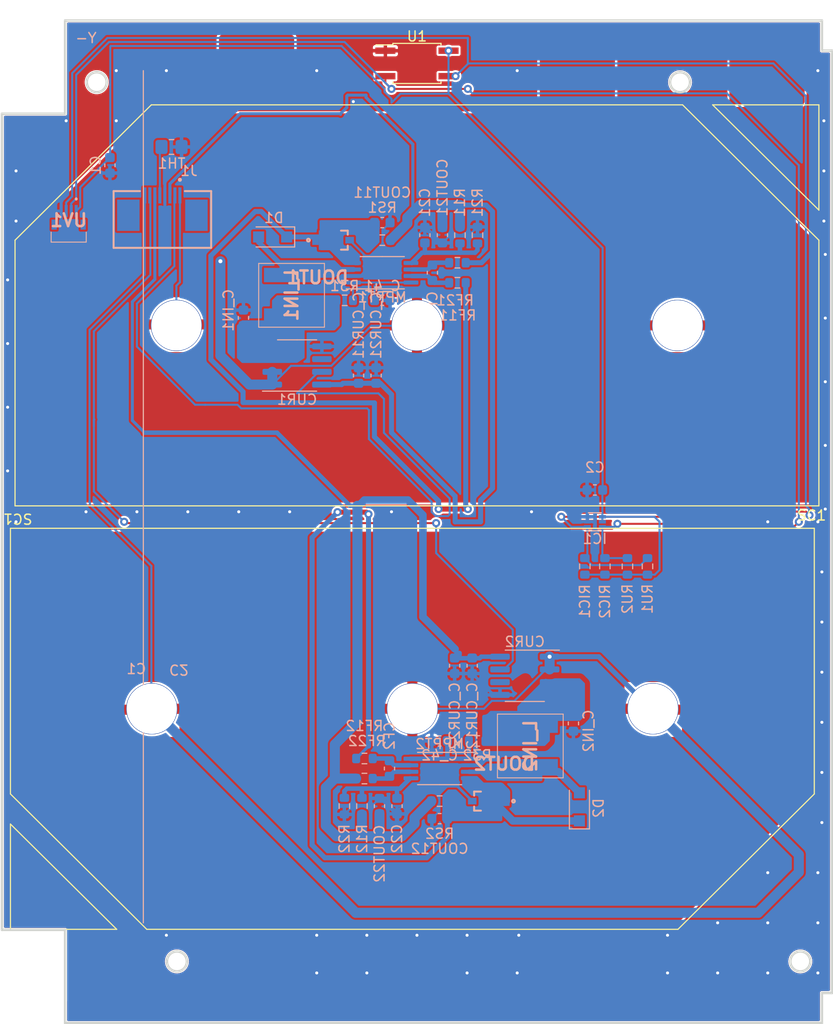
<source format=kicad_pcb>
(kicad_pcb (version 20211014) (generator pcbnew)
  (layers (0 "F.Cu" signal) (31 "B.Cu" signal) (34 "B.Paste" user) (35 "F.Paste" user) (36 "B.SilkS" user "B.Silkscreen") (37 "F.SilkS" user "F.Silkscreen") (38 "B.Mask" user) (39 "F.Mask" user) (44 "Edge.Cuts" user))
  (net 0 "")
  (net 1 "GND")
  (net 2 "/+3V3")
  (net 3 "/SCL")
  (net 5 "/SDA")
  (net 6 "Net-(C21-Pad1)")
  (net 7 "Net-(C22-Pad1)")
  (net 8 "Net-(CF2-Pad1)")
  (net 9 "Net-(CF1-Pad1)")
  (net 10 "/SC1_V+")
  (net 11 "/SC1_I+")
  (net 12 "/MPPT1")
  (net 13 "Net-(CF1-Pad2)")
  (net 14 "/MPPT2")
  (net 15 "/SC2_I+")
  (net 16 "/SC2_V+")
  (net 17 "Net-(CF2-Pad2)")
  (net 20 "Net-(C_41-Pad2)")
  (net 21 "Net-(C_42-Pad2)")
  (net 22 "/SolarMPPT/MPPT1_OUT")
  (net 23 "/SolarMPPT/MPPT2_OUT")
  (net 24 "/SolarMPPT/CUR1_OUT")
  (net 25 "/SolarMPPT/CUR2_OUT")
  (net 26 "/SolarMPPT/MPPT1_IN")
  (net 27 "/SolarMPPT/MPPT2_IN")
  (net 28 "/TEMP+")
  (footprint "STS_Solarcells:3G30A_40x80" (layer "F.Cu") (at 124.5428 110.1486 180)
    (fp_text reference "SC1")
    (fp_text value "Solar_Cell")
  )
  (footprint "Package_SO:SO-4_4.4x3.6mm_P2.54mm" (layer "F.Cu") (at 125 43.78)
    (fp_text reference "U1")
    (fp_text value "GUVA-C32SM")
  )
  (footprint "STS_Solarcells:3G30A_40x80" (layer "F.Cu") (at 125 67.91)
    (fp_text reference "SC1")
    (fp_text value "Solar_Cell")
  )
  (footprint "USER_OUTLINE:OUTLINE_SidepanelY+" (layer "F.Cu") (at 125 89.5)
    (fp_text reference "Outline1" hide)
    (fp_text value "OUTLINE_Sidepanel")
    (fp_line (start -35.1 50) (end 40.4 50) (layer "Edge.Cuts") (width 0.25))
    (fp_line (start 40.4 50) (end 40.4 47) (layer "Edge.Cuts") (width 0.25))
    (fp_line (start 41.4 -47) (end 41.4 47) (layer "Edge.Cuts") (width 0.25))
    (fp_line (start -35.1 -40.7) (end -35.1 -50) (layer "Edge.Cuts") (width 0.25))
    (fp_line (start 41.4 47) (end 40.4 47) (layer "Edge.Cuts") (width 0.25))
    (fp_line (start 41.4 -47) (end 40.4 -47) (layer "Edge.Cuts") (width 0.25))
    (fp_line (start -41.4 -40.7) (end -35.1 -40.7) (layer "Edge.Cuts") (width 0.25))
    (fp_line (start -41.4 -40.7) (end -41.4 40.7) (layer "Edge.Cuts") (width 0.25))
    (fp_line (start 40.4 -50) (end 40.4 -47) (layer "Edge.Cuts") (width 0.25))
    (fp_line (start -41.4 40.7) (end -35.1 40.7) (layer "Edge.Cuts") (width 0.25))
    (fp_line (start -35.1 40.7) (end -35.1 50) (layer "Edge.Cuts") (width 0.25))
    (fp_line (start -35.1 -50) (end 40.4 -50) (layer "Edge.Cuts") (width 0.25))
    (fp_circle (center 26.25 -43.85) (end 27.25 -43.85) (layer "Edge.Cuts") (width 0.25) (fill none))
    (fp_circle (center -23.95 43.85) (end -22.95 43.85) (layer "Edge.Cuts") (width 0.25) (fill none))
    (fp_circle (center -31.95 -43.85) (end -30.95 -43.85) (layer "Edge.Cuts") (width 0.25) (fill none))
    (fp_circle (center 38.25 43.85) (end 39.25 43.85) (layer "Edge.Cuts") (width 0.25) (fill none))
  )
  (footprint "Resistor_SMD:R_0603_1608Metric" (layer "B.Cu") (at 117.76 117.86 90)
    (fp_text reference "R22")
    (fp_text value "tbd")
  )
  (footprint "Resistor_SMD:R_0603_1608Metric" (layer "B.Cu") (at 131.04 60.9075 -90)
    (fp_text reference "R21")
    (fp_text value "tbd")
  )
  (footprint "STS_Inductor_SMD:XAL6060103MEC" (layer "B.Cu") (at 112.49 66.9075 90)
    (fp_text reference "L_IN1")
    (fp_text value "10u" hide)
  )
  (footprint "Resistor_SMD:R_0805_2012Metric_Pad1.20x1.40mm_HandSolder" (layer "B.Cu") (at 100.5144 52.1112)
    (fp_text reference "TH1")
    (fp_text value "Thermistor_NTC")
  )
  (footprint "Resistor_SMD:R_0603_1608Metric" (layer "B.Cu") (at 119.76 113.11)
    (fp_text reference "RF12")
    (fp_text value "1k")
  )
  (footprint "Capacitor_SMD:C_0603_1608Metric" (layer "B.Cu") (at 94.3676 53.94 -90)
    (fp_text reference "C1")
    (fp_text value "1u")
  )
  (footprint "Capacitor_SMD:C_0603_1608Metric" (layer "B.Cu") (at 142.75 86.325)
    (fp_text reference "C2")
    (fp_text value "1u")
  )
  (footprint "Capacitor_SMD:C_0603_1608Metric" (layer "B.Cu") (at 107.69 69.1575 90)
    (fp_text reference "C_IN1")
    (fp_text value "10u")
  )
  (footprint "Package_TO_SOT_SMD:SOT-563" (layer "B.Cu") (at 142.75 89.5)
    (fp_text reference "IC1")
    (fp_text value "TMP112AQDRLRQ1")
  )
  (footprint "Resistor_SMD:R_0603_1608Metric" (layer "B.Cu") (at 119.76 115.11)
    (fp_text reference "RF22")
    (fp_text value "1k")
  )
  (footprint "Package_SO:SOIC-8_3.9x4.9mm_P1.27mm" (layer "B.Cu") (at 135.76 104.86 180)
    (fp_text reference "CUR2")
    (fp_text value "TMCS1101A3BQDT")
  )
  (footprint "SamacSys:STMITE" (layer "B.Cu") (at 133.01 117.36 180)
    (fp_text reference "DOUT2")
    (fp_text value "SMM4F5.0" hide)
  )
  (footprint "STS_connector:5014610491" (layer "B.Cu") (at 90.2528 59.4264 180)
    (fp_text reference "UV1")
    (fp_text value "501461-0491" hide)
  )
  (footprint "Capacitor_SMD:C_0603_1608Metric" (layer "B.Cu") (at 121.26 117.86 90)
    (fp_text reference "COUT22")
    (fp_text value "10u")
  )
  (footprint "Capacitor_SMD:C_0603_1608Metric" (layer "B.Cu") (at 127.54 60.9075 -90)
    (fp_text reference "COUT21")
    (fp_text value "10u")
  )
  (footprint "Capacitor_SMD:C_0603_1608Metric" (layer "B.Cu") (at 127.26 119.11 180)
    (fp_text reference "COUT12")
    (fp_text value "4u7")
  )
  (footprint "Resistor_SMD:R_0603_1608Metric" (layer "B.Cu") (at 129.29 60.9075 90)
    (fp_text reference "R11")
    (fp_text value "1M")
  )
  (footprint "Capacitor_SMD:C_0603_1608Metric" (layer "B.Cu") (at 122.26 114.11 90)
    (fp_text reference "CF2")
    (fp_text value "1u")
  )
  (footprint "Capacitor_SMD:C_0603_1608Metric" (layer "B.Cu") (at 120.925 74.9075 90)
    (fp_text reference "C_CUR21")
    (fp_text value "10u")
  )
  (footprint "Resistor_SMD:R_0603_1608Metric" (layer "B.Cu") (at 146 93.945 90)
    (fp_text reference "RU2")
    (fp_text value "4k7")
  )
  (footprint "SamacSys:STMITE" (layer "B.Cu") (at 115.79 61.4075)
    (fp_text reference "DOUT1")
    (fp_text value "SMM4F5.0" hide)
  )
  (footprint "Resistor_SMD:R_0603_1608Metric" (layer "B.Cu") (at 121.54 61.4075 180)
    (fp_text reference "RS1")
    (fp_text value "0R01")
  )
  (footprint "Package_SO:TSSOP-8_4.4x3mm_P0.65mm" (layer "B.Cu") (at 121.54 64.6575)
    (fp_text reference "MPPT1")
    (fp_text value "SPV1040TTR")
  )
  (footprint "Capacitor_SMD:C_0603_1608Metric" (layer "B.Cu") (at 130.51 103.86 90)
    (fp_text reference "C_CUR12")
    (fp_text value "100n")
  )
  (footprint "Capacitor_SMD:C_0603_1608Metric" (layer "B.Cu") (at 126.54 64.6575 -90)
    (fp_text reference "CF1")
    (fp_text value "1u")
  )
  (footprint "Resistor_SMD:R_0603_1608Metric" (layer "B.Cu") (at 129.04 63.6575 180)
    (fp_text reference "RF21")
    (fp_text value "1k")
  )
  (footprint "Capacitor_SMD:C_0603_1608Metric" (layer "B.Cu") (at 140.61 109.61 -90)
    (fp_text reference "C_IN2")
    (fp_text value "10u")
  )
  (footprint "Resistor_SMD:R_0603_1608Metric" (layer "B.Cu") (at 119.51 117.86 -90)
    (fp_text reference "R12")
    (fp_text value "1M")
  )
  (footprint "Capacitor_SMD:C_0603_1608Metric" (layer "B.Cu") (at 127.26 111.36)
    (fp_text reference "C_42")
    (fp_text value "100n")
  )
  (footprint "Resistor_SMD:R_0603_1608Metric" (layer "B.Cu") (at 148 93.945 90)
    (fp_text reference "RU1")
    (fp_text value "4k7")
  )
  (footprint "Diode_SMD:D_SOD-123F" (layer "B.Cu") (at 110.6 61.0875 180)
    (fp_text reference "D1")
    (fp_text value "PMEG2020EH")
  )
  (footprint "Capacitor_SMD:C_0603_1608Metric" (layer "B.Cu") (at 119.175 74.9075 -90)
    (fp_text reference "C_CUR11")
    (fp_text value "100n")
  )
  (footprint "STS_Inductor_SMD:XAL6060103MEC" (layer "B.Cu") (at 136.31 111.86 -90)
    (fp_text reference "L_IN2")
    (fp_text value "10u" hide)
  )
  (footprint "Package_SO:SOIC-8_3.9x4.9mm_P1.27mm" (layer "B.Cu") (at 113.04 73.9075)
    (fp_text reference "CUR1")
    (fp_text value "TMCS1101A3BQDT")
  )
  (footprint "Resistor_SMD:R_0603_1608Metric" (layer "B.Cu") (at 141.75 93.945 90)
    (fp_text reference "RIC1")
    (fp_text value "4k7")
  )
  (footprint "Resistor_SMD:R_0603_1608Metric" (layer "B.Cu") (at 117.79 67.4075 180)
    (fp_text reference "R31")
    (fp_text value "1k")
  )
  (footprint "Package_SO:TSSOP-8_4.4x3mm_P0.65mm" (layer "B.Cu") (at 127.26 114.11 180)
    (fp_text reference "MPPT2")
    (fp_text value "SPV1040TTR")
  )
  (footprint "Capacitor_SMD:C_0603_1608Metric" (layer "B.Cu") (at 125.79 60.9075 90)
    (fp_text reference "C21")
    (fp_text value "1n")
  )
  (footprint "Capacitor_SMD:C_0603_1608Metric" (layer "B.Cu") (at 123.01 117.86 -90)
    (fp_text reference "C22")
    (fp_text value "1n")
  )
  (footprint "Resistor_SMD:R_0603_1608Metric" (layer "B.Cu") (at 129.04 65.6575 180)
    (fp_text reference "RF11")
    (fp_text value "1k")
  )
  (footprint "STS_connector:SAMTEC_ZF5S-08-01-T-WT" (layer "B.Cu") (at 99.6 58.9243 180)
    (fp_text reference "J1")
    (fp_text value "Conn_01x08")
  )
  (footprint "Resistor_SMD:R_0603_1608Metric" (layer "B.Cu") (at 131.01 111.36)
    (fp_text reference "R32")
    (fp_text value "1k")
  )
  (footprint "Capacitor_SMD:C_0603_1608Metric" (layer "B.Cu") (at 121.54 59.6575)
    (fp_text reference "COUT11")
    (fp_text value "4u7")
  )
  (footprint "Resistor_SMD:R_0603_1608Metric" (layer "B.Cu") (at 127.26 117.36)
    (fp_text reference "RS2")
    (fp_text value "0R01")
  )
  (footprint "Diode_SMD:D_SOD-123F" (layer "B.Cu") (at 141.21 117.93 90)
    (fp_text reference "D2")
    (fp_text value "PMEG2020EH")
  )
  (footprint "Capacitor_SMD:C_0603_1608Metric" (layer "B.Cu") (at 121.54 67.4075 180)
    (fp_text reference "C_41")
    (fp_text value "100n")
  )
  (footprint "Resistor_SMD:R_0603_1608Metric" (layer "B.Cu") (at 143.75 93.945 90)
    (fp_text reference "RIC2")
    (fp_text value "4k7")
  )
  (footprint "Capacitor_SMD:C_0603_1608Metric" (layer "B.Cu") (at 128.76 103.86 -90)
    (fp_text reference "C_CUR22")
    (fp_text value "10u")
  )
  (gr_text "C2" (at 101.25 104.25 -180) (layer "B.SilkS") (effects (font (size 1 1)) (justify mirror)))
  (gr_text "C1" (at 97 104.18) (layer "B.SilkS") (effects (font (size 1 1)) (justify mirror)))
  (gr_text "Y-" (at 91.98 41.24) (layer "B.SilkS") (effects (font (size 1 1)) (justify mirror)))
  (segment (start 135 44.5) (end 140.945 44.5) (width 1) (layer "F.Cu") (net 1))
  (segment (start 140.945 44.5) (end 141 44.445) (width 1) (layer "F.Cu") (net 1))
  (segment (start 115 44.5) (end 109.055 44.5) (width 1) (layer "F.Cu") (net 1))
  (segment (start 114.36 133.86) (end 108.9 133.86) (width 0.2) (layer "F.Cu") (net 1))
  (segment (start 118.65 47.59) (end 115.56 44.5) (width 0.3) (layer "F.Cu") (net 1))
  (segment (start 115 134.5) (end 114.36 133.86) (width 0.2) (layer "F.Cu") (net 1))
  (segment (start 109.055 44.5) (end 109 44.445) (width 1) (layer "F.Cu") (net 1))
  (segment (start 115.56 44.5) (end 115 44.5) (width 0.3) (layer "F.Cu") (net 1))
  (segment (start 135 134.5) (end 140.26 134.5) (width 0.2) (layer "F.Cu") (net 1))
  (segment (start 140.26 134.5) (end 140.9 133.86) (width 0.2) (layer "F.Cu") (net 1))
  (via (at 115 134.5) (size 0.6) (drill 0.3) (layers "F.Cu" "B.Cu") (net 1))
  (via (at 165.4 99.5) (size 0.6) (drill 0.3) (layers "F.Cu" "B.Cu") (net 1))
  (via (at 85 54.5) (size 0.6) (drill 0.3) (layers "F.Cu" "B.Cu") (net 1))
  (via (at 100 130.74) (size 0.6) (drill 0.3) (layers "F.Cu" "B.Cu") (net 1))
  (via (at 95 44.5) (size 0.6) (drill 0.3) (layers "F.Cu" "B.Cu") (net 1))
  (via (at 125 130.74) (size 0.6) (drill 0.3) (layers "F.Cu" "B.Cu") (net 1))
  (via (at 165.4 119.5) (size 0.6) (drill 0.3) (layers "F.Cu" "B.Cu") (net 1))
  (via (at 165.6 54.5) (size 0.6) (drill 0.3) (layers "F.Cu" "B.Cu") (net 1))
  (via (at 155 129.5) (size 0.6) (drill 0.3) (layers "F.Cu" "B.Cu") (net 1))
  (via (at 165 124.5) (size 0.6) (drill 0.3) (layers "F.Cu" "B.Cu") (net 1))
  (via (at 160 129.5) (size 0.6) (drill 0.3) (layers "F.Cu" "B.Cu") (net 1))
  (via (at 95 49.5) (size 0.6) (drill 0.3) (layers "F.Cu" "B.Cu") (net 1))
  (via (at 85 59.5) (size 0.6) (drill 0.3) (layers "F.Cu" "B.Cu") (net 1))
  (via (at 150 134.5) (size 0.6) (drill 0.3) (layers "F.Cu" "B.Cu") (net 1))
  (via (at 100 44.5) (size 0.6) (drill 0.3) (layers "F.Cu" "B.Cu") (net 1))
  (via (at 91.98 88.5) (size 0.6) (drill 0.3) (layers "F.Cu" "B.Cu") (net 1))
  (via (at 84.16 84.42) (size 0.6) (drill 0.3) (layers "F.Cu" "B.Cu") (net 1))
  (via (at 122.46 88.5) (size 0.6) (drill 0.3) (layers "F.Cu" "B.Cu") (net 1))
  (via (at 90 49.5) (size 0.6) (drill 0.3) (layers "F.Cu" "B.Cu") (net 1))
  (via (at 165 89.5) (size 0.6) (drill 0.3) (layers "F.Cu" "B.Cu") (net 1))
  (via (at 160 89.5) (size 0.6) (drill 0.3) (layers "F.Cu" "B.Cu") (net 1))
  (via (at 160 134.5) (size 0.6) (drill 0.3) (layers "F.Cu" "B.Cu") (net 1))
  (via (at 165.74 88.23) (size 0.6) (drill 0.3) (layers "F.Cu" "B.Cu") (net 1))
  (via (at 120 134.5) (size 0.6) (drill 0.3) (layers "F.Cu" "B.Cu") (net 1))
  (via (at 165.6 49.5) (size 0.6) (drill 0.3) (layers "F.Cu" "B.Cu") (net 1))
  (via (at 97.06 88.5) (size 0.6) (drill 0.3) (layers "F.Cu" "B.Cu") (net 1))
  (via (at 165.4 114.5) (size 0.6) (drill 0.3) (layers "F.Cu" "B.Cu") (net 1))
  (via (at 120 130.74) (size 0.6) (drill 0.3) (layers "F.Cu" "B.Cu") (net 1))
  (via (at 115 130.74) (size 0.6) (drill 0.3) (layers "F.Cu" "B.Cu") (net 1))
  (via (at 135 134.5) (size 0.6) (drill 0.3) (layers "F.Cu" "B.Cu") (net 1))
  (via (at 135.16 130.74) (size 0.6) (drill 0.3) (layers "F.Cu" "B.Cu") (net 1))
  (via (at 150 130.74) (size 0.6) (drill 0.3) (layers "F.Cu" "B.Cu") (net 1))
  (via (at 112.3 88.5) (size 0.6) (drill 0.3) (layers "F.Cu" "B.Cu") (net 1))
  (via (at 136.43 88.5) (size 0.6) (drill 0.3) (layers "F.Cu" "B.Cu") (net 1))
  (via (at 130 134.5) (size 0.6) (drill 0.3) (layers "F.Cu" "B.Cu") (net 1))
  (via (at 130 130.74) (size 0.6) (drill 0.3) (layers "F.Cu" "B.Cu") (net 1))
  (via (at 165.4 109.5) (size 0.6) (drill 0.3) (layers "F.Cu" "B.Cu") (net 1))
  (via (at 115 44.5) (size 0.6) (drill 0.3) (layers "F.Cu" "B.Cu") (net 1))
  (via (at 85 89.5) (size 0.6) (drill 0.3) (layers "F.Cu" "B.Cu") (net 1))
  (via (at 165.4 94.5) (size 0.6) (drill 0.3) (layers "F.Cu" "B.Cu") (net 1))
  (via (at 165.74 81.88) (size 0.6) (drill 0.3) (layers "F.Cu" "B.Cu") (net 1))
  (via (at 135 44.5) (size 0.6) (drill 0.3) (layers "F.Cu" "B.Cu") (net 1))
  (via (at 165.74 62.83) (size 0.6) (drill 0.3) (layers "F.Cu" "B.Cu") (net 1))
  (via (at 165.74 75.53) (size 0.6) (drill 0.3) (layers "F.Cu" "B.Cu") (net 1))
  (via (at 165.4 104.5) (size 0.6) (drill 0.3) (layers "F.Cu" "B.Cu") (net 1))
  (via (at 102.14 88.5) (size 0.6) (drill 0.3) (layers "F.Cu" "B.Cu") (net 1))
  (via (at 118.65 47.59) (size 0.6) (drill 0.3) (layers "F.Cu" "B.Cu") (net 1))
  (via (at 107.22 88.5) (size 0.6) (drill 0.3) (layers "F.Cu" "B.Cu") (net 1))
  (via (at 84.16 71.72) (size 0.6) (drill 0.3) (layers "F.Cu" "B.Cu") (net 1))
  (via (at 160 124.5) (size 0.6) (drill 0.3) (layers "F.Cu" "B.Cu") (net 1))
  (via (at 84.16 78.07) (size 0.6) (drill 0.3) (layers "F.Cu" "B.Cu") (net 1))
  (via (at 155 134.5) (size 0.6) (drill 0.3) (layers "F.Cu" "B.Cu") (net 1))
  (via (at 165.74 69.18) (size 0.6) (drill 0.3) (layers "F.Cu" "B.Cu") (net 1))
  (via (at 165.6 59.5) (size 0.6) (drill 0.3) (layers "F.Cu" "B.Cu") (net 1))
  (via (at 165 129.5) (size 0.6) (drill 0.3) (layers "F.Cu" "B.Cu") (net 1))
  (via (at 84.16 65.37) (size 0.6) (drill 0.3) (layers "F.Cu" "B.Cu") (net 1))
  (via (at 165 44.5) (size 0.6) (drill 0.3) (layers "F.Cu" "B.Cu") (net 1))
  (via (at 165 134.5) (size 0.6) (drill 0.3) (layers "F.Cu" "B.Cu") (net 1))
  (segment (start 125.97 115.39) (end 123.01 118.35) (width 0.2) (layer "B.Cu") (net 1))
  (segment (start 131.04 60.0825) (end 130.09 61.0325) (width 0.2) (layer "B.Cu") (net 1))
  (segment (start 123.01 118.635) (end 123.01 119.6845) (width 0.45) (layer "B.Cu") (net 1))
  (segment (start 132.64 106.765) (end 133.285 106.765) (width 0.3) (layer "B.Cu") (net 1))
  (segment (start 121.46 117.085) (end 123.01 118.635) (width 0.45) (layer "B.Cu") (net 1))
  (segment (start 120.297107 63.0075) (end 121.56 61.744607) (width 0.2) (layer "B.Cu") (net 1))
  (segment (start 122.915 63.0075) (end 125.79 60.1325) (width 0.2) (layer "B.Cu") (net 1))
  (segment (start 127.99452 115.90548) (end 129.06048 115.90548) (width 0.2) (layer "B.Cu") (net 1))
  (segment (start 117.76 118.685) (end 118.56 117.885) (width 0.2) (layer "B.Cu") (net 1))
  (segment (start 119.89 64.422506) (end 119.330006 64.9825) (width 0.2) (layer "B.Cu") (net 1))
  (segment (start 123.01 118.35) (end 123.01 118.635) (width 0.2) (layer "B.Cu") (net 1))
  (segment (start 130.515 117.36) (end 129.06048 115.90548) (width 0.25) (layer "B.Cu") (net 1))
  (segment (start 121.56 61.744607) (end 121.56 60.4125) (width 0.2) (layer "B.Cu") (net 1))
  (segment (start 120.46 117.885) (end 121.26 117.085) (width 0.2) (layer "B.Cu") (net 1))
  (segment (start 127.54 61.6825) (end 127.34 61.6825) (width 0.45) (layer "B.Cu") (net 1))
  (segment (start 129.434639 113.785) (end 130.1225 113.785) (width 0.25) (layer "B.Cu") (net 1))
  (segment (start 130.51 104.635) (end 128.76 104.635) (width 0.3) (layer "B.Cu") (net 1))
  (segment (start 119.330006 64.9825) (end 118.6775 64.9825) (width 0.2) (layer "B.Cu") (net 1))
  (segment (start 121.56 60.4125) (end 122.315 59.6575) (width 0.2) (layer "B.Cu") (net 1))
  (segment (start 119.89 63.0075) (end 122.915 63.0075) (width 0.2) (layer "B.Cu") (net 1))
  (segment (start 127.24 118.355) (end 127.24 116.66) (width 0.2) (layer "B.Cu") (net 1))
  (segment (start 118.29 61.4075) (end 119.89 63.0075) (width 0.2) (layer "B.Cu") (net 1))
  (segment (start 127.24 116.66) (end 127.99452 115.90548) (width 0.2) (layer "B.Cu") (net 1))
  (segment (start 127.24 116.66) (end 125.97 115.39) (width 0.2) (layer "B.Cu") (net 1))
  (segment (start 130.51 104.635) (end 132.64 106.765) (width 0.3) (layer "B.Cu") (net 1))
  (segment (start 119.89 63.0075) (end 119.89 64.422506) (width 0.2) (layer "B.Cu") (net 1))
  (segment (start 126.485 119.11) (end 127.24 118.355) (width 0.2) (layer "B.Cu") (net 1))
  (segment (start 130.09 61.0325) (end 128.19 61.0325) (width 0.2) (layer "B.Cu") (net 1))
  (segment (start 129.06048 114.159159) (end 129.434639 113.785) (width 0.25) (layer "B.Cu") (net 1))
  (segment (start 127.34 61.6825) (end 125.79 60.1325) (width 0.45) (layer "B.Cu") (net 1))
  (segment (start 118.56 117.885) (end 120.46 117.885) (width 0.2) (layer "B.Cu") (net 1))
  (segment (start 121.26 117.085) (end 121.46 117.085) (width 0.45) (layer "B.Cu") (net 1))
  (segment (start 129.06048 115.90548) (end 129.06048 114.159159) (width 0.25) (layer "B.Cu") (net 1))
  (segment (start 128.19 61.0325) (end 127.54 61.6825) (width 0.2) (layer "B.Cu") (net 1))
  (segment (start 119.89 63.0075) (end 120.297107 63.0075) (width 0.2) (layer "B.Cu") (net 1))
  (via (at 128.15 42.51) (size 0.8) (drill 0.4) (layers "F.Cu" "B.Cu") (net 2))
  (segment (start 94.444972 42.04) (end 94.4 42.084972) (width 0.2) (layer "B.Cu") (net 2))
  (segment (start 149.2 89.5) (end 149.2 94.3) (width 0.2) (layer "B.Cu") (net 2))
  (segment (start 91.4 58.1042) (end 91.0028 58.5014) (width 0.2) (layer "B.Cu") (net 2))
  (segment (start 133.847838 52.5) (end 128.15 46.802162) (width 0.2) (layer "B.Cu") (net 2))
  (segment (start 117.48 42.04) (end 94.444972 42.04) (width 0.2) (layer "B.Cu") (net 2))
  (segment (start 122.46 47.694374) (end 123.352212 46.802162) (width 0.2) (layer "B.Cu") (net 2))
  (segment (start 91.4 56.1326) (end 91.4 58.1042) (width 0.2) (layer "B.Cu") (net 2))
  (segment (start 121.76 46.32) (end 117.48 42.04) (width 0.2) (layer "B.Cu") (net 2))
  (segment (start 122.46 47.30995) (end 122.46 47.694374) (width 0.2) (layer "B.Cu") (net 2))
  (segment (start 141.75 94.77) (end 148 94.77) (width 0.2) (layer "B.Cu") (net 2))
  (segment (start 143.5 86.35) (end 143.525 86.325) (width 0.2) (layer "B.Cu") (net 2))
  (segment (start 133.847838 52.5) (end 143.525 62.177162) (width 0.2) (layer "B.Cu") (net 2))
  (segment (start 148.7 89) (end 149.2 89.5) (width 0.2) (layer "B.Cu") (net 2))
  (segment (start 143.525 62.177162) (end 143.525 86.325) (width 0.2) (layer "B.Cu") (net 2))
  (segment (start 94.4 53.1326) (end 94.3676 53.165) (width 0.2) (layer "B.Cu") (net 2))
  (segment (start 121.76 46.32) (end 121.76 46.60995) (width 0.2) (layer "B.Cu") (net 2))
  (segment (start 123.352212 46.802162) (end 128.15 46.802162) (width 0.2) (layer "B.Cu") (net 2))
  (segment (start 94.4 42.084972) (end 94.4 53.1326) (width 0.2) (layer "B.Cu") (net 2))
  (segment (start 121.76 46.60995) (end 122.46 47.30995) (width 0.2) (layer "B.Cu") (net 2))
  (segment (start 143.5 89) (end 148.7 89) (width 0.2) (layer "B.Cu") (net 2))
  (segment (start 128.15 46.802162) (end 128.15 42.51) (width 0.2) (layer "B.Cu") (net 2))
  (segment (start 148.73 94.77) (end 149.2 94.3) (width 0.2) (layer "B.Cu") (net 2))
  (segment (start 143.5 89.5) (end 143.5 86.35) (width 0.2) (layer "B.Cu") (net 2))
  (segment (start 94.3676 53.165) (end 91.4 56.1326) (width 0.2) (layer "B.Cu") (net 2))
  (segment (start 148 94.77) (end 148.73 94.77) (width 0.2) (layer "B.Cu") (net 2))
  (segment (start 161.8 88.9) (end 162.216 88.484) (width 0.2) (layer "F.Cu") (net 3))
  (segment (start 151.28005 88.9) (end 161.8 88.9) (width 0.2) (layer "F.Cu") (net 3))
  (segment (start 151.17955 89.0005) (end 151.28005 88.9) (width 0.2) (layer "F.Cu") (net 3))
  (segment (start 162.216 88.484) (end 163.8112 88.484) (width 0.2) (layer "F.Cu") (net 3))
  (segment (start 163.8112 88.484) (end 164.1668 88.8396) (width 0.2) (layer "F.Cu") (net 3))
  (segment (start 139.4 89.0005) (end 151.17955 89.0005) (width 0.2) (layer "F.Cu") (net 3))
  (via (at 128.8495 45.05) (size 0.8) (drill 0.4) (layers "F.Cu" "B.Cu") (net 3))
  (via (at 164.1668 88.8396) (size 0.8) (drill 0.4) (layers "F.Cu" "B.Cu") (net 3))
  (via (at 139.4 89.0005) (size 0.8) (drill 0.4) (layers "F.Cu" "B.Cu") (net 3))
  (segment (start 164.117729 88.209502) (end 163.8 87.891773) (width 0.2) (layer "B.Cu") (net 3))
  (segment (start 148 93.12) (end 147.30048 93.81952) (width 0.2) (layer "B.Cu") (net 3))
  (segment (start 164.117729 88.209502) (end 164.117729 88.790529) (width 0.2) (layer "B.Cu") (net 3))
  (segment (start 163.8 47.02) (end 160.56 43.78) (width 0.2) (layer "B.Cu") (net 3))
  (segment (start 142 90) (end 142 92.87) (width 0.2) (layer "B.Cu") (net 3))
  (segment (start 90.0028 57.6464) (end 90.0028 58.5014) (width 0.2) (layer "B.Cu") (net 3))
  (segment (start 130.08 43.78) (end 130.08 41.24) (width 0.2) (layer "B.Cu") (net 3))
  (segment (start 164.117729 88.790529) (end 164.1668 88.8396) (width 0.2) (layer "B.Cu") (net 3))
  (segment (start 90.6 44.7536) (end 90.6 57.0492) (width 0.2) (layer "B.Cu") (net 3))
  (segment (start 140.3995 90) (end 139.4 89.0005) (width 0.2) (layer "B.Cu") (net 3))
  (segment (start 130.08 43.78) (end 130.08 43.8195) (width 0.2) (layer "B.Cu") (net 3))
  (segment (start 160.56 43.78) (end 130.08 43.78) (width 0.2) (layer "B.Cu") (net 3))
  (segment (start 147.30048 93.81952) (end 142.44952 93.81952) (width 0.2) (layer "B.Cu") (net 3))
  (segment (start 142 92.87) (end 141.75 93.12) (width 0.2) (layer "B.Cu") (net 3))
  (segment (start 94.1136 41.24) (end 90.6 44.7536) (width 0.2) (layer "B.Cu") (net 3))
  (segment (start 90.6 57.0492) (end 90.0028 57.6464) (width 0.2) (layer "B.Cu") (net 3))
  (segment (start 142 90) (end 140.3995 90) (width 0.2) (layer "B.Cu") (net 3))
  (segment (start 130.08 41.24) (end 94.1136 41.24) (width 0.2) (layer "B.Cu") (net 3))
  (segment (start 163.8 87.891773) (end 163.8 47.02) (width 0.2) (layer "B.Cu") (net 3))
  (segment (start 130.08 43.8195) (end 128.8495 45.05) (width 0.2) (layer "B.Cu") (net 3))
  (segment (start 142.44952 93.81952) (end 141.75 93.12) (width 0.2) (layer "B.Cu") (net 3))
  (segment (start 145 89.7) (end 151.47 89.7) (width 0.2) (layer "F.Cu") (net 5))
  (segment (start 151.87 90.1) (end 162.5 90.1) (width 0.2) (layer "F.Cu") (net 5))
  (segment (start 122.46 46.32) (end 121.85 45.71) (width 0.2) (layer "F.Cu") (net 5))
  (segment (start 130.08 46.32) (end 122.46 46.32) (width 0.2) (layer "F.Cu") (net 5))
  (segment (start 151.47 89.7) (end 151.87 90.1) (width 0.2) (layer "F.Cu") (net 5))
  (segment (start 162.5 90.1) (end 163.1 89.5) (width 0.2) (layer "F.Cu") (net 5))
  (segment (start 121.85 45.71) (end 121.85 45.05) (width 0.2) (layer "F.Cu") (net 5))
  (via (at 130.08 46.32) (size 0.8) (drill 0.4) (layers "F.Cu" "B.Cu") (net 5))
  (via (at 122.46 46.32) (size 0.8) (drill 0.4) (layers "F.Cu" "B.Cu") (net 5))
  (via (at 145 89.7) (size 0.8) (drill 0.4) (layers "F.Cu" "B.Cu") (net 5))
  (via (at 163.1 89.5) (size 0.8) (drill 0.4) (layers "F.Cu" "B.Cu") (net 5))
  (segment (start 143.75 93.12) (end 143.5 92.87) (width 0.2) (layer "B.Cu") (net 5))
  (segment (start 143.5 92.87) (end 143.5 90) (width 0.2) (layer "B.Cu") (net 5))
  (segment (start 130.526923 46.766923) (end 130.08 46.32) (width 0.2) (layer "B.Cu") (net 5))
  (segment (start 163.1 53.94) (end 155.926923 46.766923) (width 0.2) (layer "B.Cu") (net 5))
  (segment (start 122.46 46.32) (end 117.78 41.64) (width 0.2) (layer "B.Cu") (net 5))
  (segment (start 90.5028 57.754) (end 90.5028 58.5014) (width 0.2) (layer "B.Cu") (net 5))
  (segment (start 117.78 41.64) (end 94.279286 41.64) (width 0.2) (layer "B.Cu") (net 5))
  (segment (start 145 89.7) (end 144.7 90) (width 0.2) (layer "B.Cu") (net 5))
  (segment (start 91 57.2568) (end 90.5028 57.754) (width 0.2) (layer "B.Cu") (net 5))
  (segment (start 94.279286 41.64) (end 91 44.919286) (width 0.2) (layer "B.Cu") (net 5))
  (segment (start 91 44.919286) (end 91 57.2568) (width 0.2) (layer "B.Cu") (net 5))
  (segment (start 163.1 89.5) (end 163.1 53.94) (width 0.2) (layer "B.Cu") (net 5))
  (segment (start 155.926923 46.766923) (end 130.526923 46.766923) (width 0.2) (layer "B.Cu") (net 5))
  (segment (start 146 93.12) (end 143.75 93.12) (width 0.2) (layer "B.Cu") (net 5))
  (segment (start 144.7 90) (end 143.5 90) (width 0.2) (layer "B.Cu") (net 5))
  (segment (start 125.79 61.6825) (end 125.79 62.6575) (width 0.45) (layer "B.Cu") (net 6))
  (segment (start 125.503 62.6575) (end 125.79 62.6575) (width 0.45) (layer "B.Cu") (net 6))
  (segment (start 125.79 62.6575) (end 129.29 62.6575) (width 0.45) (layer "B.Cu") (net 6))
  (segment (start 131.04 62.4075) (end 131.04 61.7325) (width 0.45) (layer "B.Cu") (net 6))
  (segment (start 130.79 62.6575) (end 131.04 62.4075) (width 0.45) (layer "B.Cu") (net 6))
  (segment (start 129.29 62.6575) (end 130.79 62.6575) (width 0.45) (layer "B.Cu") (net 6))
  (segment (start 129.29 61.7325) (end 129.29 62.6575) (width 0.45) (layer "B.Cu") (net 6))
  (segment (start 124.478 63.6825) (end 125.503 62.6575) (width 0.45) (layer "B.Cu") (net 6))
  (segment (start 119.51 117.035) (end 119.51 116.11) (width 0.45) (layer "B.Cu") (net 7))
  (segment (start 117.76 116.36) (end 117.76 117.035) (width 0.45) (layer "B.Cu") (net 7))
  (segment (start 123.01 117.085) (end 123.01 116.11) (width 0.45) (layer "B.Cu") (net 7))
  (segment (start 123.01 116.11) (end 119.51 116.11) (width 0.45) (layer "B.Cu") (net 7))
  (segment (start 118.01 116.11) (end 117.76 116.36) (width 0.45) (layer "B.Cu") (net 7))
  (segment (start 119.51 116.11) (end 118.01 116.11) (width 0.45) (layer "B.Cu") (net 7))
  (segment (start 124.322 115.085) (end 123.297 116.11) (width 0.45) (layer "B.Cu") (net 7))
  (segment (start 123.297 116.11) (end 123.01 116.11) (width 0.45) (layer "B.Cu") (net 7))
  (segment (start 124.322 114.435) (end 122.71 114.435) (width 0.45) (layer "B.Cu") (net 8))
  (segment (start 122.035 115.11) (end 122.26 114.885) (width 0.45) (layer "B.Cu") (net 8))
  (segment (start 122.71 114.435) (end 122.26 114.885) (width 0.45) (layer "B.Cu") (net 8))
  (segment (start 120.585 115.11) (end 122.035 115.11) (width 0.45) (layer "B.Cu") (net 8))
  (segment (start 124.478 64.3325) (end 126.09 64.3325) (width 0.45) (layer "B.Cu") (net 9))
  (segment (start 128.215 63.6575) (end 126.765 63.6575) (width 0.45) (layer "B.Cu") (net 9))
  (segment (start 126.765 63.6575) (end 126.54 63.8825) (width 0.45) (layer "B.Cu") (net 9))
  (segment (start 126.09 64.3325) (end 126.54 63.8825) (width 0.45) (layer "B.Cu") (net 9))
  (segment (start 91.7 69.815) (end 100.905 69.815) (width 1) (layer "F.Cu") (net 10))
  (segment (start 113.13 69.91) (end 113.035 69.815) (width 1) (layer "F.Cu") (net 10))
  (segment (start 125 69.91) (end 125 64.305) (width 1) (layer "F.Cu") (net 10))
  (segment (start 138.13 69.91) (end 138.035 69.815) (width 1) (layer "F.Cu") (net 10))
  (segment (start 113.035 69.815) (end 101.095 69.815) (width 1) (layer "F.Cu") (net 10))
  (segment (start 101.095 69.815) (end 101 69.91) (width 1) (layer "F.Cu") (net 10))
  (segment (start 151 69.91) (end 138.13 69.91) (width 1) (layer "F.Cu") (net 10))
  (segment (start 125 69.91) (end 137.94 69.91) (width 1) (layer "F.Cu") (net 10))
  (segment (start 159.195 69.91) (end 159.29 69.815) (width 1) (layer "F.Cu") (net 10))
  (segment (start 137.94 69.91) (end 138.035 69.815) (width 1) (layer "F.Cu") (net 10))
  (segment (start 125 69.91) (end 113.13 69.91) (width 1) (layer "F.Cu") (net 10))
  (segment (start 125 69.91) (end 125 80.075) (width 1) (layer "F.Cu") (net 10))
  (segment (start 151 69.91) (end 159.195 69.91) (width 1) (layer "F.Cu") (net 10))
  (segment (start 100.905 69.815) (end 101 69.91) (width 1) (layer "F.Cu") (net 10))
  (via (at 105.39 63.5075) (size 0.8) (drill 0.4) (layers "F.Cu" "B.Cu") (net 10))
  (segment (start 110.565 75.8125) (end 110.565 74.5425) (width 1) (layer "B.Cu") (net 10))
  (segment (start 101.35 56.9443) (end 101.35 65.6012) (width 0.2) (layer "B.Cu") (net 10))
  (segment (start 110.565 76.058185) (end 110.565 75.8125) (width 0.2) (layer "B.Cu") (net 10))
  (segment (start 101.35 65.6012) (end 101 65.9512) (width 0.2) (layer "B.Cu") (net 10))
  (segment (start 110.636396 75.8125) (end 110.565 75.8125) (width 0.2) (layer "B.Cu") (net 10))
  (segment (start 105.39 63.5075) (end 105.39 72.921023) (width 1) (layer "B.Cu") (net 10))
  (segment (start 112.435 73.9425) (end 110.565 75.8125) (width 0.2) (layer "B.Cu") (net 10))
  (segment (start 125 69.945) (end 120.453896 69.945) (width 0.2) (layer "B.Cu") (net 10))
  (segment (start 105.39 72.921023) (end 108.281477 75.8125) (width 1) (layer "B.Cu") (net 10))
  (segment (start 108.281477 75.8125) (end 110.565 75.8125) (width 1) (layer "B.Cu") (net 10))
  (segment (start 120.453896 69.945) (end 116.456396 73.9425) (width 0.2) (layer "B.Cu") (net 10))
  (segment (start 101 65.9512) (end 101 69.91) (width 0.2) (layer "B.Cu") (net 10))
  (segment (start 116.456396 73.9425) (end 112.435 73.9425) (width 0.2) (layer "B.Cu") (net 10))
  (segment (start 126.87055 88.93) (end 128.11 88.93) (width 0.2) (layer "B.Cu") (net 11))
  (segment (start 107.1 77.825317) (end 107.461485 78.186802) (width 0.2) (layer "B.Cu") (net 11))
  (segment (start 128.11 88.93) (end 128.26 88.78) (width 0.2) (layer "B.Cu") (net 11))
  (segment (start 120.20798 78.35798) (end 120.20798 81.247119) (width 0.2) (layer "B.Cu") (net 11))
  (segment (start 103.800317 77.825317) (end 103.908683 77.825317) (width 0.2) (layer "B.Cu") (net 11))
  (segment (start 97.06 72.0248) (end 102.860517 77.825317) (width 0.2) (layer "B.Cu") (net 11))
  (segment (start 128.26 87.177818) (end 121.70798 80.625798) (width 0.2) (layer "B.Cu") (net 11))
  (segment (start 126.4605 88.51995) (end 126.87055 88.93) (width 0.2) (layer "B.Cu") (net 11))
  (segment (start 121.70798 77.243299) (end 121.151483 76.686802) (width 0.2) (layer "B.Cu") (net 11))
  (segment (start 121.151483 76.686802) (end 113.029302 76.686802) (width 0.2) (layer "B.Cu") (net 11))
  (segment (start 126.4605 87.49964) (end 126.4605 88.51995) (width 0.2) (layer "B.Cu") (net 11))
  (segment (start 120.036802 78.186802) (end 120.20798 78.35798) (width 0.2) (layer "B.Cu") (net 11))
  (segment (start 100.8 63.996) (end 97.06 67.736) (width 0.2) (layer "B.Cu") (net 11))
  (segment (start 107.461485 78.186802) (end 120.036802 78.186802) (width 0.2) (layer "B.Cu") (net 11))
  (segment (start 102.860517 77.825317) (end 103.908683 77.825317) (width 0.2) (layer "B.Cu") (net 11))
  (segment (start 115.173604 74.5425) (end 115.515 74.5425) (width 0.2) (layer "B.Cu") (net 11))
  (segment (start 97.06 67.736) (end 97.06 72.0248) (width 0.2) (layer "B.Cu") (net 11))
  (segment (start 121.70798 80.625798) (end 121.70798 77.243299) (width 0.2) (layer "B.Cu") (net 11))
  (segment (start 128.26 88.78) (end 128.26 87.177818) (width 0.2) (layer "B.Cu") (net 11))
  (segment (start 120.20798 81.247119) (end 126.4605 87.49964) (width 0.2) (layer "B.Cu") (net 11))
  (segment (start 103.908683 77.825317) (end 107.1 77.825317) (width 0.2) (layer "B.Cu") (net 11))
  (segment (start 113.029302 76.686802) (end 115.173604 74.5425) (width 0.2) (layer "B.Cu") (net 11))
  (segment (start 100.8 57.2228) (end 100.8 63.996) (width 0.2) (layer "B.Cu") (net 11))
  (segment (start 132.54 62.5575) (end 132.54 58.5575) (width 0.5) (layer "B.Cu") (net 12))
  (segment (start 118.100711 46.94) (end 118 47.040711) (width 0.3) (layer "B.Cu") (net 12))
  (segment (start 127.54 60.1325) (end 127.54 57.9075) (width 1) (layer "B.Cu") (net 12))
  (segment (start 119.175 75.6825) (end 117.615 75.6825) (width 0.5) (layer "B.Cu") (net 12))
  (segment (start 115.515 75.8125) (end 117.485 75.8125) (width 0.5) (layer "B.Cu") (net 12))
  (segment (start 124.58875 51.83875) (end 120.4475 47.6975) (width 0.3) (layer "B.Cu") (net 12))
  (segment (start 124.04 59.7325) (end 124.04 59.1575) (width 1) (layer "B.Cu") (net 12))
  (segment (start 119.905 46.94) (end 118.100711 46.94) (width 0.3) (layer "B.Cu") (net 12))
  (segment (start 122.365 61.4075) (end 124.04 59.7325) (width 1) (layer "B.Cu") (net 12))
  (segment (start 120.4475 47.6975) (end 119.92 47.17) (width 0.2) (layer "B.Cu") (net 12))
  (segment (start 120.925 75.6825) (end 120.925 75.795) (width 0.5) (layer "B.Cu") (net 12))
  (segment (start 119.92 46.955) (end 119.905 46.94) (width 0.3) (layer "B.Cu") (net 12))
  (segment (start 129.29 60.0825) (end 129.29 57.9075) (width 1) (layer "B.Cu") (net 12))
  (segment (start 124.04 59.1575) (end 124.58875 58.60875) (width 1) (layer "B.Cu") (net 12))
  (segment (start 132.54 86.16) (end 131.35 87.35) (width 0.5) (layer "B.Cu") (net 12))
  (segment (start 131.35 89.5) (end 128.81 89.5) (width 0.5) (layer "B.Cu") (net 12))
  (segment (start 119.92 46.955) (end 118.015 46.955) (width 0.2) (layer "B.Cu") (net 12))
  (segment (start 131.35 87.35) (end 131.35 89.5) (width 0.5) (layer "B.Cu") (net 12))
  (segment (start 118 48.167893) (end 117.38 48.787893) (width 0.3) (layer "B.Cu") (net 12))
  (segment (start 117.485 75.8125) (end 117.615 75.6825) (width 0.5) (layer "B.Cu") (net 12))
  (segment (start 120.925 75.6825) (end 119.175 75.6825) (width 0.5) (layer "B.Cu") (net 12))
  (segment (start 128.81 89.5) (end 128.81 86.95) (width 0.5) (layer "B.Cu") (net 12))
  (segment (start 131.89 57.9075) (end 129.29 57.9075) (width 0.5) (layer "B.Cu") (net 12))
  (segment (start 125.29 57.9075) (end 129.29 57.9075) (width 1) (layer "B.Cu") (net 12))
  (segment (start 131.44 63.6575) (end 129.865 63.6575) (width 0.5) (layer "B.Cu") (net 12))
  (segment (start 122.29 61.4825) (end 122.365 61.4075) (width 0.45) (layer "B.Cu") (net 12))
  (segment (start 121.3425 75.6825) (end 120.925 75.6825) (width 0.5) (layer "B.Cu") (net 12))
  (segment (start 117.38 48.787893) (end 107.356407 48.787893) (width 0.3) (layer "B.Cu") (net 12))
  (segment (start 132.54 62.5575) (end 132.54 86.16) (width 0.5) (layer "B.Cu") (net 12))
  (segment (start 119.92 47.17) (end 119.92 46.955) (width 0.3) (layer "B.Cu") (net 12))
  (segment (start 107.356407 48.787893) (end 100.35 55.7943) (width 0.3) (layer "B.Cu") (net 12))
  (segment (start 132.54 62.5575) (end 131.44 63.6575) (width 0.5) (layer "B.Cu") (net 12))
  (segment (start 120.13 47.38) (end 119.92 47.17) (width 0.3) (layer "B.Cu") (net 12))
  (segment (start 100.35 55.7943) (end 100.35 56.9443) (width 0.3) (layer "B.Cu") (net 12))
  (segment (start 118 47.040711) (end 118 48.167893) (width 0.3) (layer "B.Cu") (net 12))
  (segment (start 120.4475 47.6975) (end 120.13 47.38) (width 0.3) (layer "B.Cu") (net 12))
  (segment (start 118.015 48.223604) (end 118.014302 48.224302) (width 0.2) (layer "B.Cu") (net 12))
  (segment (start 122.46 76.8) (end 121.3425 75.6825) (width 0.5) (layer "B.Cu") (net 12))
  (segment (start 132.54 58.5575) (end 131.89 57.9075) (width 0.5) (layer "B.Cu") (net 12))
  (segment (start 122.46 80.6) (end 122.46 76.8) (width 0.5) (layer "B.Cu") (net 12))
  (segment (start 124.58875 58.60875) (end 125.29 57.9075) (width 1) (layer "B.Cu") (net 12))
  (segment (start 124.58875 58.60875) (end 124.58875 51.83875) (width 0.3) (layer "B.Cu") (net 12))
  (segment (start 117.38 48.787893) (end 117.38 48.86) (width 0.3) (layer "B.Cu") (net 12))
  (segment (start 128.81 86.95) (end 122.46 80.6) (width 0.5) (layer "B.Cu") (net 12))
  (segment (start 126.09 64.9825) (end 126.54 65.4325) (width 0.45) (layer "B.Cu") (net 13))
  (segment (start 128.215 65.6575) (end 126.765 65.6575) (width 0.45) (layer "B.Cu") (net 13))
  (segment (start 124.478 64.9825) (end 126.09 64.9825) (width 0.45) (layer "B.Cu") (net 13))
  (segment (start 126.765 65.6575) (end 126.54 65.4325) (width 0.45) (layer "B.Cu") (net 13))
  (segment (start 109.125 80.61) (end 97.822 80.61) (width 0.45) (layer "B.Cu") (net 14))
  (segment (start 116.81 111.71) (end 119.065 109.455) (width 1) (layer "B.Cu") (net 14))
  (segment (start 115.91 119.81) (end 115.91 116.01) (width 1) (layer "B.Cu") (net 14))
  (segment (start 128.175 101.565) (end 128.81 102.2) (width 0.75) (layer "B.Cu") (net 14))
  (segment (start 119.065 109.455) (end 119.065 87.897141) (width 1) (layer "B.Cu") (net 14))
  (segment (start 111.03 80.61) (end 109.125 80.61) (width 0.45) (layer "B.Cu") (net 14))
  (segment (start 126.51 117.285) (end 126.435 117.36) (width 0.45) (layer "B.Cu") (net 14))
  (segment (start 116.81 115.11) (end 116.81 111.71) (width 1) (layer "B.Cu") (net 14))
  (segment (start 96.604002 67.555602) (end 96.604002 79.392002) (width 0.3) (layer "B.Cu") (net 14))
  (segment (start 98.85 65.309604) (end 96.604002 67.555602) (width 0.3) (layer "B.Cu") (net 14))
  (segment (start 119.51 118.685) (end 119.51 120.86) (width 1) (layer "B.Cu") (net 14))
  (segment (start 131.26 103.11) (end 131.415 102.955) (width 0.45) (layer "B.Cu") (net 14))
  (segment (start 125.595 98.985) (end 128.175 101.565) (width 0.75) (layer "B.Cu") (net 14))
  (segment (start 119.761141 87.326) (end 119.19 87.897141) (width 0.75) (layer "B.Cu") (net 14))
  (segment (start 131.415 102.955) (end 133.049 102.955) (width 0.45) (layer "B.Cu") (net 14))
  (segment (start 126.435 117.36) (end 124.76 119.035) (width 1) (layer "B.Cu") (net 14))
  (segment (start 119.51 120.86) (end 116.96 120.86) (width 1) (layer "B.Cu") (net 14))
  (segment (start 119.065 87.897141) (end 118.317141 87.897141) (width 0.45) (layer "B.Cu") (net 14))
  (segment (start 115.91 116.01) (end 116.81 115.11) (width 1) (layer "B.Cu") (net 14))
  (segment (start 125.595 88.825) (end 124.096 87.326) (width 0.75) (layer "B.Cu") (net 14))
  (segment (start 125.595 88.825) (end 125.595 98.985) (width 0.75) (layer "B.Cu") (net 14))
  (segment (start 116.96 120.86) (end 115.91 119.81) (width 1) (layer "B.Cu") (net 14))
  (segment (start 118.317141 87.897141) (end 112.935 82.515) (width 0.45) (layer "B.Cu") (net 14))
  (segment (start 112.935 82.515) (end 111.03 80.61) (width 0.45) (layer "B.Cu") (net 14))
  (segment (start 98.85 56.9443) (end 98.85 65.309604) (width 0.3) (layer "B.Cu") (net 14))
  (segment (start 96.604002 79.392002) (end 97.822 80.61) (width 0.3) (layer "B.Cu") (net 14))
  (segment (start 131.26 103.11) (end 128.785 103.11) (width 0.45) (layer "B.Cu") (net 14))
  (segment (start 124.096 87.326) (end 119.761141 87.326) (width 0.75) (layer "B.Cu") (net 14))
  (segment (start 128.76 103.085) (end 129.255 102.59) (width 0.45) (layer "B.Cu") (net 14))
  (segment (start 124.76 119.035) (end 124.76 119.61) (width 1) (layer "B.Cu") (net 14))
  (segment (start 116.81 115.11) (end 118.935 115.11) (width 1) (layer "B.Cu") (net 14))
  (segment (start 124.76 119.61) (end 123.51 120.86) (width 1) (layer "B.Cu") (net 14))
  (segment (start 128.76 103.085) (end 129.105 102.74) (width 0.75) (layer "B.Cu") (net 14))
  (segment (start 128.785 103.11) (end 128.76 103.085) (width 0.45) (layer "B.Cu") (net 14))
  (segment (start 121.26 118.635) (end 121.26 120.86) (width 1) (layer "B.Cu") (net 14))
  (segment (start 123.51 120.86) (end 119.51 120.86) (width 1) (layer "B.Cu") (net 14))
  (segment (start 128.89 102.955) (end 128.76 103.085) (width 0.5) (layer "B.Cu") (net 14))
  (segment (start 126.91275 89.6295) (end 95.9195 89.6295) (width 0.2) (layer "F.Cu") (net 15))
  (segment (start 95.9195 89.6295) (end 95.79 89.5) (width 0.2) (layer "F.Cu") (net 15))
  (via (at 126.91275 89.6295) (size 0.8) (drill 0.4) (layers "F.Cu" "B.Cu") (net 15))
  (via (at 95.79 89.5) (size 0.8) (drill 0.4) (layers "F.Cu" "B.Cu") (net 15))
  (segment (start 92.77 86.48) (end 92.77 79.34) (width 0.2) (layer "B.Cu") (net 15))
  (segment (start 92.77 79.34) (end 92.77 79.975) (width 0.2) (layer "B.Cu") (net 15))
  (segment (start 133.695 104.225) (end 134.55952 103.36048) (width 0.2) (layer "B.Cu") (net 15))
  (segment (start 126.91275 92.6227) (end 126.91275 89.6295) (width 0.2) (layer "B.Cu") (net 15))
  (segment (start 92.77 79.34) (end 92.8136 79.2964) (width 0.2) (layer "B.Cu") (net 15))
  (segment (start 92.77 70.492) (end 98.4 64.862) (width 0.2) (layer "B.Cu") (net 15))
  (segment (start 92.77 79.34) (end 92.77 70.492) (width 0.2) (layer "B.Cu") (net 15))
  (segment (start 98.4 64.862) (end 98.4 57.0388) (width 0.2) (layer "B.Cu") (net 15))
  (segment (start 134.55952 102.80048) (end 134.55952 102.618803) (width 0.2) (layer "B.Cu") (net 15))
  (segment (start 95.79 89.5) (end 92.77 86.48) (width 0.2) (layer "B.Cu") (net 15))
  (segment (start 134.55952 102.80048) (end 134.55952 100.26947) (width 0.2) (layer "B.Cu") (net 15))
  (segment (start 133.285 104.225) (end 133.695 104.225) (width 0.2) (layer "B.Cu") (net 15))
  (segment (start 134.55952 103.36048) (end 134.55952 102.80048) (width 0.2) (layer "B.Cu") (net 15))
  (segment (start 134.55952 100.26947) (end 126.91275 92.6227) (width 0.2) (layer "B.Cu") (net 15))
  (segment (start 124.5428 113.7536) (end 124.5428 108.1486) (width 1) (layer "F.Cu") (net 16))
  (segment (start 124.5428 108.1486) (end 148.5428 108.1486) (width 1) (layer "F.Cu") (net 16))
  (segment (start 157.8428 108.2436) (end 148.6378 108.2436) (width 1) (layer "F.Cu") (net 16))
  (segment (start 98.5428 108.1486) (end 111.4128 108.1486) (width 1) (layer "F.Cu") (net 16))
  (segment (start 148.6378 108.2436) (end 148.5428 108.1486) (width 1) (layer "F.Cu") (net 16))
  (segment (start 136.6028 108.1486) (end 136.5078 108.2436) (width 1) (layer "F.Cu") (net 16))
  (segment (start 148.5428 108.1486) (end 136.6028 108.1486) (width 1) (layer "F.Cu") (net 16))
  (segment (start 90.2528 108.2436) (end 98.4478 108.2436) (width 1) (layer "F.Cu") (net 16))
  (segment (start 98.4478 108.2436) (end 98.5428 108.1486) (width 1) (layer "F.Cu") (net 16))
  (segment (start 111.4128 108.1486) (end 111.5078 108.2436) (width 1) (layer "F.Cu") (net 16))
  (segment (start 124.5428 108.1486) (end 98.5428 108.1486) (width 1) (layer "F.Cu") (net 16))
  (segment (start 124.5428 108.1486) (end 124.5428 97.9836) (width 1) (layer "F.Cu") (net 16))
  (via (at 138.235 102.955) (size 0.8) (drill 0.4) (layers "F.Cu" "B.Cu") (net 16))
  (segment (start 92.37 87.771471) (end 92.37 87.604) (width 0.2) (layer "B.Cu") (net 16))
  (segment (start 92.37 87.604) (end 92.3356 87.5696) (width 0.2) (layer "B.Cu") (net 16))
  (segment (start 134.7028 107.3816) (end 137.8594 104.225) (width 0.2) (layer "B.Cu") (net 16))
  (segment (start 138.29 103.01) (end 138.235 102.955) (width 1) (layer "B.Cu") (net 16))
  (segment (start 132.4676 107.365) (end 134.6862 107.365) (width 0.2) (layer "B.Cu") (net 16))
  (segment (start 138.21 102.93) (end 138.235 102.955) (width 1) (layer "B.Cu") (net 16))
  (segment (start 98.5 93.901471) (end 92.37 87.771471) (width 0.2) (layer "B.Cu") (net 16))
  (segment (start 148.5428 108.1486) (end 163.1 122.7058) (width 1) (layer "B.Cu") (net 16))
  (segment (start 163.1 124.4504) (end 159.0504 128.5) (width 1) (layer "B.Cu") (net 16))
  (segment (start 163.1 122.7058) (end 163.1 124.4504) (width 1) (layer "B.Cu") (net 16))
  (segment (start 92.3356 87.5696) (end 92.3356 70.360714) (width 0.2) (layer "B.Cu") (net 16))
  (segment (start 159.0504 128.5) (end 118.8942 128.5) (width 1) (layer "B.Cu") (net 16))
  (segment (start 98.5 108.32) (end 98.5 93.901471) (width 0.2) (layer "B.Cu") (net 16))
  (segment (start 148.5 108.32) (end 143.135 102.955) (width 0.5) (layer "B.Cu") (net 16))
  (segment (start 137.8594 104.225) (end 138.235 104.225) (width 0.2) (layer "B.Cu") (net 16))
  (segment (start 131.684 108.1486) (end 132.4676 107.365) (width 0.2) (layer "B.Cu") (net 16))
  (segment (start 92.3356 87.5696) (end 92.3136 87.5476) (width 0.2) (layer "B.Cu") (net 16))
  (segment (start 138.235 102.955) (end 138.235 104.225) (width 1) (layer "B.Cu") (net 16))
  (segment (start 97.85 64.846314) (end 97.85 56.9443) (width 0.2) (layer "B.Cu") (net 16))
  (segment (start 92.3356 70.360714) (end 97.85 64.846314) (width 0.2) (layer "B.Cu") (net 16))
  (segment (start 118.8942 128.5) (end 98.5428 108.1486) (width 1) (layer "B.Cu") (net 16))
  (segment (start 134.6862 107.365) (end 134.7028 107.3816) (width 0.2) (layer "B.Cu") (net 16))
  (segment (start 143.135 102.955) (end 138.235 102.955) (width 0.5) (layer "B.Cu") (net 16))
  (segment (start 124.5428 108.1486) (end 131.684 108.1486) (width 0.2) (layer "B.Cu") (net 16))
  (segment (start 122.71 113.785) (end 122.26 113.335) (width 0.45) (layer "B.Cu") (net 17))
  (segment (start 124.322 113.785) (end 122.71 113.785) (width 0.45) (layer "B.Cu") (net 17))
  (segment (start 122.235 113.36) (end 122.26 113.335) (width 0.45) (layer "B.Cu") (net 17))
  (segment (start 120.585 113.11) (end 122.035 113.11) (width 0.45) (layer "B.Cu") (net 17))
  (segment (start 122.035 113.11) (end 122.26 113.335) (width 0.45) (layer "B.Cu") (net 17))
  (segment (start 124.4025 65.6325) (end 121.115 65.6325) (width 0.2) (layer "B.Cu") (net 20))
  (segment (start 118.615 67.4075) (end 118.615 65.695) (width 0.2) (layer "B.Cu") (net 20))
  (segment (start 120.765 67.4075) (end 120.765 65.9825) (width 0.2) (layer "B.Cu") (net 20))
  (segment (start 118.615 65.695) (end 118.6775 65.6325) (width 0.2) (layer "B.Cu") (net 20))
  (segment (start 121.115 65.6325) (end 118.6775 65.6325) (width 0.2) (layer "B.Cu") (net 20))
  (segment (start 120.765 65.9825) (end 121.115 65.6325) (width 0.2) (layer "B.Cu") (net 20))
  (segment (start 130.198 113.135) (end 127.985 113.135) (width 0.45) (layer "B.Cu") (net 21))
  (segment (start 128.035 113.085) (end 127.985 113.135) (width 0.45) (layer "B.Cu") (net 21))
  (segment (start 128.035 111.36) (end 128.035 113.085) (width 0.45) (layer "B.Cu") (net 21))
  (segment (start 127.985 113.135) (end 124.322 113.135) (width 0.45) (layer "B.Cu") (net 21))
  (segment (start 130.185 113.122) (end 130.198 113.135) (width 0.45) (layer "B.Cu") (net 21))
  (segment (start 130.185 111.36) (end 130.185 113.122) (width 0.45) (layer "B.Cu") (net 21))
  (segment (start 130.08 88.23) (end 127.1605 88.23) (width 0.5) (layer "F.Cu") (net 22))
  (via (at 130.08 88.23) (size 0.8) (drill 0.4) (layers "F.Cu" "B.Cu") (net 22))
  (via (at 127.1605 88.23) (size 0.8) (drill 0.4) (layers "F.Cu" "B.Cu") (net 22))
  (segment (start 109.46 58.5475) (end 112 61.0875) (width 0.5) (layer "B.Cu") (net 22))
  (segment (start 108.86 58.5475) (end 109.46 58.5475) (width 0.5) (layer "B.Cu") (net 22))
  (segment (start 111.439302 77.636802) (end 111.4 77.5975) (width 0.5) (layer "B.Cu") (net 22))
  (segment (start 120.89 61.5825) (end 120.715 61.4075) (width 0.5) (layer "B.Cu") (net 22))
  (segment (start 127.1605 88.23) (end 127.1605 87.421822) (width 0.5) (layer "B.Cu") (net 22))
  (segment (start 104.44 73.314526) (end 104.44 62.9675) (width 0.5) (layer "B.Cu") (net 22))
  (segment (start 107.65 77.5975) (end 107.65 76.524526) (width 0.5) (layer "B.Cu") (net 22))
  (segment (start 120.79 61.4825) (end 120.715 61.4075) (width 0.45) (layer "B.Cu") (net 22))
  (segment (start 104.44 62.9675) (end 105.26375 62.14375) (width 0.5) (layer "B.Cu") (net 22))
  (segment (start 112 61.0875) (end 115.885 61.0875) (width 0.5) (layer "B.Cu") (net 22))
  (segment (start 111.4 77.5975) (end 107.65 77.5975) (width 0.5) (layer "B.Cu") (net 22))
  (segment (start 129.865 65.6575) (end 129.865 88.015) (width 0.5) (layer "B.Cu") (net 22))
  (segment (start 127.1605 87.421822) (end 120.75798 81.019302) (width 0.5) (layer "B.Cu") (net 22))
  (segment (start 120.75798 77.636802) (end 111.439302 77.636802) (width 0.5) (layer "B.Cu") (net 22))
  (segment (start 129.865 88.015) (end 130.08 88.23) (width 0.5) (layer "B.Cu") (net 22))
  (segment (start 105.26375 62.14375) (end 108.86 58.5475) (width 0.5) (layer "B.Cu") (net 22))
  (segment (start 107.65 76.524526) (end 104.44 73.314526) (width 0.5) (layer "B.Cu") (net 22))
  (segment (start 120.75798 81.019302) (end 120.75798 77.636802) (width 0.5) (layer "B.Cu") (net 22))
  (segment (start 115.885 61.0875) (end 116.205 61.4075) (width 0.5) (layer "B.Cu") (net 22))
  (segment (start 117.0752 88.5348) (end 119.9618 88.5348) (width 0.5) (layer "F.Cu") (net 23))
  (segment (start 119.9618 88.5348) (end 120.165 88.738) (width 0.5) (layer "F.Cu") (net 23))
  (via (at 117.0752 88.5348) (size 0.8) (drill 0.4) (layers "F.Cu" "B.Cu") (net 23))
  (via (at 120.165 88.738) (size 0.8) (drill 0.4) (layers "F.Cu" "B.Cu") (net 23))
  (segment (start 120.165 111.88) (end 120.165 88.738) (width 0.5) (layer "B.Cu") (net 23))
  (segment (start 133.7975 117.36) (end 133.7975 116.4975) (width 1) (layer "B.Cu") (net 23))
  (segment (start 115.81 123.01) (end 114.54 121.74) (width 0.5) (layer "B.Cu") (net 23))
  (segment (start 128.31 117.135) (end 128.085 117.36) (width 0.5) (layer "B.Cu") (net 23))
  (segment (start 118.935 113.11) (end 120.165 111.88) (width 0.3) (layer "B.Cu") (net 23))
  (segment (start 128.035 120.945) (end 125.97 123.01) (width 0.5) (layer "B.Cu") (net 23))
  (segment (start 128.035 119.11) (end 128.035 120.945) (width 0.5) (layer "B.Cu") (net 23))
  (segment (start 128.01 117.285) (end 128.085 117.36) (width 0.45) (layer "B.Cu") (net 23))
  (segment (start 141.21 119.33) (end 134.565 119.33) (width 0.75) (layer "B.Cu") (net 23))
  (segment (start 133.31 116.01) (end 131.11 116.01) (width 1) (layer "B.Cu") (net 23))
  (segment (start 133.7975 116.4975) (end 133.31 116.01) (width 1) (layer "B.Cu") (net 23))
  (segment (start 134.565 119.33) (end 132.595 117.36) (width 0.75) (layer "B.Cu") (net 23))
  (segment (start 125.97 123.01) (end 115.81 123.01) (width 0.5) (layer "B.Cu") (net 23))
  (segment (start 114.54 91.07) (end 117.0752 88.5348) (width 0.5) (layer "B.Cu") (net 23))
  (segment (start 114.54 121.74) (end 114.54 91.07) (width 0.5) (layer "B.Cu") (net 23))
  (segment (start 117.045 64.3325) (end 115.915 64.3325) (width 0.45) (layer "B.Cu") (net 26))
  (segment (start 113.565 64.3325) (end 112.065 64.3325) (width 0.45) (layer "B.Cu") (net 26))
  (segment (start 109.2 61.5975) (end 112.49 64.8875) (width 0.5) (layer "B.Cu") (net 26))
  (segment (start 113.565 64.3325) (end 113.04 64.8575) (width 0.45) (layer "B.Cu") (net 26))
  (segment (start 109.2 61.0875) (end 109.2 61.5975) (width 0.5) (layer "B.Cu") (net 26))
  (segment (start 118.6775 64.3325) (end 113.045 64.3325) (width 0.5) (layer "B.Cu") (net 26))
  (segment (start 113.065 64.3325) (end 113.04 64.3075) (width 0.3) (layer "B.Cu") (net 26))
  (segment (start 118.602 64.3325) (end 117.045 64.3325) (width 0.45) (layer "B.Cu") (net 26))
  (segment (start 117.045 64.3325) (end 113.565 64.3325) (width 0.45) (layer "B.Cu") (net 26))
  (segment (start 113.045 64.3325) (end 112.49 64.8875) (width 0.5) (layer "B.Cu") (net 26))
  (segment (start 141.21 116.53) (end 139.115 114.435) (width 0.75) (layer "B.Cu") (net 27))
  (segment (start 139.115 114.435) (end 132.005 114.435) (width 0.75) (layer "B.Cu") (net 27))
  (segment (start 135.735 114.435) (end 135.76 114.46) (width 0.3) (layer "B.Cu") (net 27))
  (segment (start 130.198 114.435) (end 135.685 114.435) (width 0.45) (layer "B.Cu") (net 27))
  (segment (start 135.685 114.435) (end 136.735 114.435) (width 0.45) (layer "B.Cu") (net 27))
  (segment (start 99.35 56.9443) (end 99.35 52.2756) (width 0.2) (layer "B.Cu") (net 28))
  (segment (start 99.35 52.2756) (end 99.5144 52.1112) (width 0.2) (layer "B.Cu") (net 28))
  (zone (net 1) (net_name "GND") (layers F&B.Cu) (connect_pads (clearance 0.2)) (min_thickness 0.2) (fill yes (thermal_gap 0.25) (thermal_bridge_width 0.35))
    (polygon (pts (xy 166.4 139.5) (xy 83.4 139.5) (xy 83.4 39.25) (xy 166.4 39.25)))
  )
  (zone (net 25) (net_name "/SolarMPPT/CUR2_OUT") (layer "B.Cu") (priority 6) (connect_pads yes (clearance 0.5)) (min_thickness 0.254) (fill yes (thermal_gap 0.2) (thermal_bridge_width 0.3))
    (polygon (pts (xy 131.51 108.86) (xy 132.01 108.36) (xy 135.01 108.36) (xy 135.01 105.61) (xy 135.76 105.11) (xy 141.26 105.11) (xy 141.76 105.61) (xy 141.76 108.86) (xy 141.26 109.36) (xy 138.76 109.36) (xy 138.26 109.86) (xy 138.26 111.36) (xy 137.76 111.86) (xy 131.51 111.86)))
  )
  (zone (net 27) (net_name "/SolarMPPT/MPPT2_IN") (layer "B.Cu") (priority 3) (connect_pads yes (clearance 0.2)) (min_thickness 0.254) (fill yes (thermal_gap 0.2) (thermal_bridge_width 0.3))
    (polygon (pts (xy 131.26 114.61) (xy 131.26 114.36) (xy 132.01 113.61) (xy 137.51 113.61) (xy 137.51 115.36) (xy 132.01 115.36)))
  )
  (zone (net 23) (net_name "/SolarMPPT/MPPT2_OUT") (layer "B.Cu") (priority 3) (connect_pads yes (clearance 0.2)) (min_thickness 0.254) (fill yes (thermal_gap 0.2) (thermal_bridge_width 0.3))
    (polygon (pts (xy 127.51 116.61) (xy 128.01 116.11) (xy 129.01 116.11) (xy 129.51 115.61) (xy 129.51 114.86) (xy 131.01 114.86) (xy 132.51 116.36) (xy 133.51 116.36) (xy 133.51 119.36) (xy 127.51 119.36)))
  )
  (zone (net 24) (net_name "/SolarMPPT/CUR1_OUT") (layer "B.Cu") (priority 3) (connect_pads yes (clearance 0.2)) (min_thickness 0.254) (fill yes (thermal_gap 0.2) (thermal_bridge_width 0.3))
    (polygon (pts (xy 117.29 69.9075) (xy 116.79 70.4075) (xy 113.79 70.4075) (xy 113.79 73.1575) (xy 113.04 73.6575) (xy 107.54 73.6575) (xy 107.04 73.1575) (xy 107.04 69.9075) (xy 107.54 69.4075) (xy 110.04 69.4075) (xy 110.54 68.9075) (xy 110.54 67.4075) (xy 111.04 66.9075) (xy 117.29 66.9075)))
  )
  (zone (net 26) (net_name "/SolarMPPT/MPPT1_IN") (layer "B.Cu") (priority 3) (connect_pads yes (clearance 0.2)) (min_thickness 0.254) (fill yes (thermal_gap 0.2) (thermal_bridge_width 0.3))
    (polygon (pts (xy 117.54 64.1575) (xy 117.54 64.4075) (xy 116.79 65.1575) (xy 111.29 65.1575) (xy 111.29 63.4075) (xy 116.79 63.4075)))
  )
  (zone (net 22) (net_name "/SolarMPPT/MPPT1_OUT") (layer "B.Cu") (priority 3) (connect_pads yes (clearance 0.2)) (min_thickness 0.254) (fill yes (thermal_gap 0.2) (thermal_bridge_width 0.3))
    (polygon (pts (xy 121.29 62.1575) (xy 120.79 62.6575) (xy 119.79 62.6575) (xy 119.29 63.1575) (xy 119.29 63.9075) (xy 117.79 63.9075) (xy 116.29 62.4075) (xy 115.29 62.4075) (xy 115.29 59.4075) (xy 121.29 59.4075)))
  )
)
</source>
